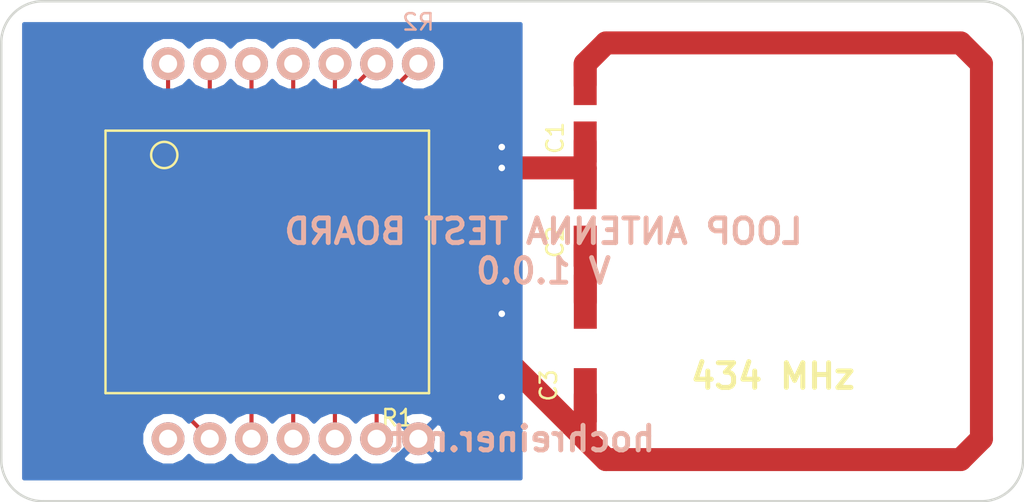
<source format=kicad_pcb>
(kicad_pcb (version 4) (host pcbnew 4.0.2-1.fc23-product)

  (general
    (links 20)
    (no_connects 0)
    (area 0 0 0 0)
    (thickness 1.6)
    (drawings 12)
    (tracks 66)
    (zones 0)
    (modules 5)
    (nets 16)
  )

  (page A4)
  (layers
    (0 F.Cu signal)
    (31 B.Cu signal)
    (36 B.SilkS user)
    (37 F.SilkS user)
    (38 B.Mask user)
    (39 F.Mask user)
    (44 Edge.Cuts user)
  )

  (setup
    (last_trace_width 1.4)
    (user_trace_width 1.4)
    (trace_clearance 0.2)
    (zone_clearance 0.508)
    (zone_45_only no)
    (trace_min 0.2)
    (segment_width 0.2)
    (edge_width 0.15)
    (via_size 0.6)
    (via_drill 0.4)
    (via_min_size 0.4)
    (via_min_drill 0.3)
    (uvia_size 0.3)
    (uvia_drill 0.1)
    (uvias_allowed no)
    (uvia_min_size 0.2)
    (uvia_min_drill 0.1)
    (pcb_text_width 0.3)
    (pcb_text_size 1.5 1.5)
    (mod_edge_width 0.15)
    (mod_text_size 1 1)
    (mod_text_width 0.15)
    (pad_size 1.524 1.524)
    (pad_drill 0.762)
    (pad_to_mask_clearance 0.2)
    (aux_axis_origin 0 0)
    (visible_elements FFFFFF7F)
    (pcbplotparams
      (layerselection 0x00030_80000001)
      (usegerberextensions false)
      (excludeedgelayer true)
      (linewidth 0.100000)
      (plotframeref false)
      (viasonmask false)
      (mode 1)
      (useauxorigin false)
      (hpglpennumber 1)
      (hpglpenspeed 20)
      (hpglpendiameter 15)
      (hpglpenoverlay 2)
      (psnegative false)
      (psa4output false)
      (plotreference true)
      (plotvalue true)
      (plotinvisibletext false)
      (padsonsilk false)
      (subtractmaskfromsilk false)
      (outputformat 1)
      (mirror false)
      (drillshape 1)
      (scaleselection 1)
      (outputdirectory ""))
  )

  (net 0 "")
  (net 1 "Net-(C1-Pad1)")
  (net 2 GND)
  (net 3 "Net-(C2-Pad2)")
  (net 4 "Net-(R1-Pad1)")
  (net 5 /DIO0)
  (net 6 /DIO1)
  (net 7 /DIO2)
  (net 8 /DIO3)
  (net 9 /DIO4)
  (net 10 /DIO5)
  (net 11 +3V3)
  (net 12 /SCK)
  (net 13 /MISO)
  (net 14 /MOSI)
  (net 15 "Net-(R1-Pad15)")

  (net_class Default "This is the default net class."
    (clearance 0.2)
    (trace_width 0.25)
    (via_dia 0.6)
    (via_drill 0.4)
    (uvia_dia 0.3)
    (uvia_drill 0.1)
    (add_net +3V3)
    (add_net /DIO0)
    (add_net /DIO1)
    (add_net /DIO2)
    (add_net /DIO3)
    (add_net /DIO4)
    (add_net /DIO5)
    (add_net /MISO)
    (add_net /MOSI)
    (add_net /SCK)
    (add_net GND)
    (add_net "Net-(C1-Pad1)")
    (add_net "Net-(C2-Pad2)")
    (add_net "Net-(R1-Pad1)")
    (add_net "Net-(R1-Pad15)")
  )

  (module RFM69W_BB (layer B.Cu) (tedit 572F3F16) (tstamp 572F1BE3)
    (at 143.51 113.03)
    (path /572ED573)
    (fp_text reference R2 (at 7.62 -12.7) (layer B.SilkS)
      (effects (font (size 1 1) (thickness 0.15)) (justify mirror))
    )
    (fp_text value RFM69W_BB (at 0 0.5) (layer B.Fab)
      (effects (font (size 1 1) (thickness 0.15)) (justify mirror))
    )
    (pad 14 thru_hole circle (at -7.62 12.7) (size 2 2) (drill 1.1) (layers *.Cu *.Mask B.SilkS))
    (pad 13 thru_hole circle (at -5.08 12.7) (size 2 2) (drill 1.1) (layers *.Cu *.Mask B.SilkS)
      (net 4 "Net-(R1-Pad1)"))
    (pad 12 thru_hole circle (at -2.54 12.7) (size 2 2) (drill 1.1) (layers *.Cu *.Mask B.SilkS)
      (net 15 "Net-(R1-Pad15)"))
    (pad 11 thru_hole circle (at 0 12.7) (size 2 2) (drill 1.1) (layers *.Cu *.Mask B.SilkS)
      (net 14 /MOSI))
    (pad 10 thru_hole circle (at 2.54 12.7) (size 2 2) (drill 1.1) (layers *.Cu *.Mask B.SilkS)
      (net 13 /MISO))
    (pad 9 thru_hole circle (at 5.08 12.7) (size 2 2) (drill 1.1) (layers *.Cu *.Mask B.SilkS)
      (net 12 /SCK))
    (pad 8 thru_hole circle (at 7.62 12.7) (size 2 2) (drill 1.1) (layers *.Cu *.Mask B.SilkS)
      (net 2 GND))
    (pad 7 thru_hole circle (at 7.62 -10.16) (size 2 2) (drill 1.1) (layers *.Cu *.Mask B.SilkS)
      (net 11 +3V3))
    (pad 6 thru_hole circle (at 5.08 -10.16) (size 2 2) (drill 1.1) (layers *.Cu *.Mask B.SilkS)
      (net 10 /DIO5))
    (pad 5 thru_hole circle (at 2.54 -10.16) (size 2 2) (drill 1.1) (layers *.Cu *.Mask B.SilkS)
      (net 9 /DIO4))
    (pad 4 thru_hole circle (at 0 -10.16) (size 2 2) (drill 1.1) (layers *.Cu *.Mask B.SilkS)
      (net 8 /DIO3))
    (pad 3 thru_hole circle (at -2.54 -10.16) (size 2 2) (drill 1.1) (layers *.Cu *.Mask B.SilkS)
      (net 7 /DIO2))
    (pad 2 thru_hole circle (at -5.08 -10.16) (size 2 2) (drill 1.1) (layers *.Cu *.Mask B.SilkS)
      (net 6 /DIO1))
    (pad 1 thru_hole circle (at -7.62 -10.16) (size 2 2) (drill 1.1) (layers *.Cu *.Mask B.SilkS)
      (net 5 /DIO0))
  )

  (module CAP (layer F.Cu) (tedit 572F1C9C) (tstamp 572F1BAC)
    (at 161.29 104.14 270)
    (path /572EEDE1)
    (fp_text reference C1 (at 3.2512 1.8288 270) (layer F.SilkS)
      (effects (font (size 1 1) (thickness 0.15)))
    )
    (fp_text value C (at 2.0066 -1.8034 270) (layer F.Fab)
      (effects (font (size 1 1) (thickness 0.15)))
    )
    (pad 1 smd rect (at 0 0 270) (size 2.5 1.4) (layers F.Cu F.Mask)
      (net 1 "Net-(C1-Pad1)"))
    (pad 2 smd rect (at 3.5 0 270) (size 2.5 1.4) (layers F.Cu F.Mask)
      (net 2 GND))
  )

  (module loop_antenna_test_board:CAP_TUNABLE (layer F.Cu) (tedit 572F196C) (tstamp 572F1BB8)
    (at 161.29762 117.37594 270)
    (path /572EEE5B)
    (fp_text reference C3 (at 5.1054 2.2352 270) (layer F.SilkS)
      (effects (font (size 1 1) (thickness 0.15)))
    )
    (fp_text value CTRIM (at 2.7178 -1.9558 270) (layer F.Fab)
      (effects (font (size 1 1) (thickness 0.15)))
    )
    (pad 1 smd rect (at 0 0 270) (size 3.3 1.4) (layers F.Cu F.Mask)
      (net 3 "Net-(C2-Pad2)"))
    (pad 2 smd rect (at 5.7 0 270) (size 3.3 1.4) (layers F.Cu F.Mask)
      (net 1 "Net-(C1-Pad1)"))
  )

  (module loop_antenna_test_board:RFM69W (layer F.Cu) (tedit 572F14DE) (tstamp 572F1BD1)
    (at 132.08 107.95)
    (path /572ED50E)
    (fp_text reference R1 (at 17.78 16.51) (layer F.SilkS)
      (effects (font (size 1 1) (thickness 0.15)))
    )
    (fp_text value RFM69W (at 10.16 6.35) (layer F.Fab)
      (effects (font (size 1 1) (thickness 0.15)))
    )
    (fp_circle (center 3.5776 0.4826) (end 3.5776 1.2826) (layer F.SilkS) (width 0.15))
    (fp_line (start 0 -1) (end 19.7 -1) (layer F.SilkS) (width 0.15))
    (fp_line (start 19.7 -1) (end 19.7 15) (layer F.SilkS) (width 0.15))
    (fp_line (start 0 15) (end 19.7 15) (layer F.SilkS) (width 0.15))
    (fp_line (start 0 -1) (end 0 15) (layer F.SilkS) (width 0.15))
    (pad 1 smd rect (at -0.5 0) (size 5 1.2) (layers F.Cu F.Mask)
      (net 4 "Net-(R1-Pad1)"))
    (pad 2 smd rect (at -0.5 2) (size 5 1.2) (layers F.Cu F.Mask)
      (net 5 /DIO0))
    (pad 3 smd rect (at -0.5 4) (size 5 1.2) (layers F.Cu F.Mask)
      (net 6 /DIO1))
    (pad 4 smd rect (at -0.5 6) (size 5 1.2) (layers F.Cu F.Mask)
      (net 7 /DIO2))
    (pad 5 smd rect (at -0.5 8) (size 5 1.2) (layers F.Cu F.Mask)
      (net 8 /DIO3))
    (pad 6 smd rect (at -0.5 10) (size 5 1.2) (layers F.Cu F.Mask)
      (net 9 /DIO4))
    (pad 7 smd rect (at -0.5 12) (size 5 1.2) (layers F.Cu F.Mask)
      (net 10 /DIO5))
    (pad 8 smd rect (at -0.5 14) (size 5 1.2) (layers F.Cu F.Mask)
      (net 11 +3V3))
    (pad 9 smd rect (at 20.2 14) (size 5 1.2) (layers F.Cu F.Mask)
      (net 2 GND))
    (pad 10 smd rect (at 20.2 12) (size 5 1.4) (layers F.Cu F.Mask)
      (net 1 "Net-(C1-Pad1)"))
    (pad 11 smd rect (at 20.2 10) (size 5 1.2) (layers F.Cu F.Mask)
      (net 2 GND))
    (pad 12 smd rect (at 20.2 8) (size 5 1.2) (layers F.Cu F.Mask)
      (net 12 /SCK))
    (pad 13 smd rect (at 20.2 6) (size 5 1.2) (layers F.Cu F.Mask)
      (net 13 /MISO))
    (pad 14 smd rect (at 20.2 4) (size 5 1.2) (layers F.Cu F.Mask)
      (net 14 /MOSI))
    (pad 15 smd rect (at 20.2 2) (size 5 1.2) (layers F.Cu F.Mask)
      (net 15 "Net-(R1-Pad15)"))
    (pad 16 smd rect (at 20.2 0) (size 5 1.2) (layers F.Cu F.Mask)
      (net 2 GND))
  )

  (module loop_antenna_test_board:CAP (layer F.Cu) (tedit 572F1C9C) (tstamp 572F1D78)
    (at 161.29 110.49 270)
    (path /572EEE1E)
    (fp_text reference C2 (at 3.2512 1.8288 270) (layer F.SilkS)
      (effects (font (size 1 1) (thickness 0.15)))
    )
    (fp_text value C (at 2.0066 -1.8034 270) (layer F.Fab)
      (effects (font (size 1 1) (thickness 0.15)))
    )
    (pad 1 smd rect (at 0 0 270) (size 2.5 1.4) (layers F.Cu F.Mask)
      (net 2 GND))
    (pad 2 smd rect (at 3.5 0 270) (size 2.5 1.4) (layers F.Cu F.Mask)
      (net 3 "Net-(C2-Pad2)"))
  )

  (gr_text "LOOP ANTENNA TEST BOARD\nV 1.0.0" (at 158.75 114.3) (layer B.SilkS)
    (effects (font (size 1.5 1.5) (thickness 0.3)) (justify mirror))
  )
  (gr_text hochreiner.net (at 157.48 125.73) (layer B.SilkS)
    (effects (font (size 1.5 1.5) (thickness 0.3)) (justify mirror))
  )
  (gr_text "434 MHz" (at 172.72 121.92) (layer F.SilkS)
    (effects (font (size 1.5 1.5) (thickness 0.3)))
  )
  (gr_arc (start 185.42 101.6) (end 185.42 99.06) (angle 90) (layer Edge.Cuts) (width 0.15))
  (gr_arc (start 128.27 101.6) (end 125.73 101.6) (angle 90) (layer Edge.Cuts) (width 0.15))
  (gr_arc (start 128.27 127) (end 128.27 129.54) (angle 90) (layer Edge.Cuts) (width 0.15))
  (gr_arc (start 185.42 127) (end 187.96 127) (angle 90) (layer Edge.Cuts) (width 0.15))
  (gr_line (start 128.27 129.54) (end 185.42 129.54) (angle 90) (layer Edge.Cuts) (width 0.15))
  (gr_line (start 125.73 127) (end 125.73 125.73) (angle 90) (layer Edge.Cuts) (width 0.15))
  (gr_line (start 125.73 101.6) (end 125.73 125.73) (angle 90) (layer Edge.Cuts) (width 0.15))
  (gr_line (start 185.42 99.06) (end 128.27 99.06) (angle 90) (layer Edge.Cuts) (width 0.15))
  (gr_line (start 187.96 101.6) (end 187.96 127) (angle 90) (layer Edge.Cuts) (width 0.15))

  (segment (start 152.28 119.95) (end 155.51 119.95) (width 1.4) (layer F.Cu) (net 1))
  (segment (start 155.51 119.95) (end 162.56 127) (width 1.4) (layer F.Cu) (net 1) (tstamp 572F402D))
  (segment (start 162.56 101.6) (end 184.15 101.6) (width 1.4) (layer F.Cu) (net 1) (tstamp 572F1E37))
  (segment (start 184.15 101.6) (end 185.42 102.87) (width 1.4) (layer F.Cu) (net 1) (tstamp 572F1E43))
  (segment (start 185.42 102.87) (end 185.42 125.73) (width 1.4) (layer F.Cu) (net 1) (tstamp 572F1E46))
  (segment (start 185.42 125.73) (end 184.15 127) (width 1.4) (layer F.Cu) (net 1) (tstamp 572F1E4B))
  (segment (start 161.29 104.14) (end 161.29 102.87) (width 1.4) (layer F.Cu) (net 1))
  (segment (start 161.29 102.87) (end 162.56 101.6) (width 1.4) (layer F.Cu) (net 1) (tstamp 572F1E0B))
  (segment (start 161.29 125.73) (end 161.29762 123.07594) (width 1.4) (layer F.Cu) (net 1) (tstamp 572F1E54) (status 20))
  (segment (start 184.15 127) (end 162.56 127) (width 1.4) (layer F.Cu) (net 1) (tstamp 572F1E4D))
  (segment (start 162.56 127) (end 161.29 125.73) (width 1.4) (layer F.Cu) (net 1) (tstamp 572F1E51))
  (segment (start 161.29 109.22) (end 156.21 109.22) (width 1.4) (layer F.Cu) (net 2))
  (via (at 156.21 109.22) (size 0.6) (drill 0.4) (layers F.Cu B.Cu) (net 2))
  (segment (start 160.98 107.95) (end 161.29 107.64) (width 0.25) (layer F.Cu) (net 2) (tstamp 572F4302))
  (segment (start 152.28 121.95) (end 154.97 121.95) (width 0.25) (layer F.Cu) (net 2))
  (via (at 156.21 123.19) (size 0.6) (drill 0.4) (layers F.Cu B.Cu) (net 2))
  (segment (start 154.97 121.95) (end 156.21 123.19) (width 0.25) (layer F.Cu) (net 2) (tstamp 572F42CE))
  (segment (start 152.28 117.95) (end 156.05 117.95) (width 0.25) (layer F.Cu) (net 2))
  (via (at 156.21 118.11) (size 0.6) (drill 0.4) (layers F.Cu B.Cu) (net 2))
  (segment (start 156.05 117.95) (end 156.21 118.11) (width 0.25) (layer F.Cu) (net 2) (tstamp 572F42AF))
  (segment (start 152.28 107.95) (end 156.21 107.95) (width 0.25) (layer F.Cu) (net 2))
  (via (at 156.21 107.95) (size 0.6) (drill 0.4) (layers F.Cu B.Cu) (net 2))
  (segment (start 161.29 107.64) (end 161.29 109.22) (width 1.4) (layer F.Cu) (net 2))
  (segment (start 161.29 109.22) (end 161.29 110.49) (width 1.4) (layer F.Cu) (net 2) (tstamp 572F43E4))
  (segment (start 161.29 113.99) (end 161.29762 117.37594) (width 1.4) (layer F.Cu) (net 3) (status 20))
  (segment (start 131.58 107.95) (end 128.53416 107.95) (width 0.25) (layer F.Cu) (net 4))
  (segment (start 136.69772 123.99772) (end 138.43 125.73) (width 0.25) (layer F.Cu) (net 4) (tstamp 572F4076))
  (segment (start 128.69164 123.99772) (end 136.69772 123.99772) (width 0.25) (layer F.Cu) (net 4) (tstamp 572F4074))
  (segment (start 127.85344 123.15952) (end 128.69164 123.99772) (width 0.25) (layer F.Cu) (net 4) (tstamp 572F406E))
  (segment (start 127.85344 108.63072) (end 127.85344 123.15952) (width 0.25) (layer F.Cu) (net 4) (tstamp 572F4063))
  (segment (start 128.53416 107.95) (end 127.85344 108.63072) (width 0.25) (layer F.Cu) (net 4) (tstamp 572F405A))
  (segment (start 131.58 109.95) (end 135.30732 109.95) (width 0.25) (layer F.Cu) (net 5))
  (segment (start 135.89 109.36732) (end 135.89 102.87) (width 0.25) (layer F.Cu) (net 5) (tstamp 572F408B))
  (segment (start 135.30732 109.95) (end 135.89 109.36732) (width 0.25) (layer F.Cu) (net 5) (tstamp 572F407F))
  (segment (start 131.58 111.95) (end 135.82192 111.95) (width 0.25) (layer F.Cu) (net 6))
  (segment (start 138.43 109.34192) (end 138.43 102.87) (width 0.25) (layer F.Cu) (net 6) (tstamp 572F409F))
  (segment (start 135.82192 111.95) (end 138.43 109.34192) (width 0.25) (layer F.Cu) (net 6) (tstamp 572F4090))
  (segment (start 131.58 113.95) (end 136.16888 113.95) (width 0.25) (layer F.Cu) (net 7))
  (segment (start 140.97 109.14888) (end 140.97 102.87) (width 0.25) (layer F.Cu) (net 7) (tstamp 572F40B2))
  (segment (start 136.16888 113.95) (end 140.97 109.14888) (width 0.25) (layer F.Cu) (net 7) (tstamp 572F40A5))
  (segment (start 131.58 115.95) (end 136.57172 115.95) (width 0.25) (layer F.Cu) (net 8))
  (segment (start 143.51 109.01172) (end 143.51 102.87) (width 0.25) (layer F.Cu) (net 8) (tstamp 572F40BB))
  (segment (start 136.57172 115.95) (end 143.51 109.01172) (width 0.25) (layer F.Cu) (net 8) (tstamp 572F40B6))
  (segment (start 131.58 117.95) (end 137.03044 117.95) (width 0.25) (layer F.Cu) (net 9))
  (segment (start 146.05 108.93044) (end 146.05 102.87) (width 0.25) (layer F.Cu) (net 9) (tstamp 572F40CD))
  (segment (start 137.03044 117.95) (end 146.05 108.93044) (width 0.25) (layer F.Cu) (net 9) (tstamp 572F40C1))
  (segment (start 131.58 119.95) (end 136.48332 119.95) (width 0.25) (layer F.Cu) (net 10))
  (segment (start 147.29968 104.16032) (end 148.59 102.87) (width 0.25) (layer F.Cu) (net 10) (tstamp 572F40E3))
  (segment (start 147.29968 109.13364) (end 147.29968 104.16032) (width 0.25) (layer F.Cu) (net 10) (tstamp 572F40DE))
  (segment (start 136.48332 119.95) (end 147.29968 109.13364) (width 0.25) (layer F.Cu) (net 10) (tstamp 572F40D9))
  (segment (start 131.58 121.95) (end 135.6568 121.95) (width 0.25) (layer F.Cu) (net 11))
  (segment (start 148.47316 105.52684) (end 151.13 102.87) (width 0.25) (layer F.Cu) (net 11) (tstamp 572F40F8))
  (segment (start 148.47316 109.13364) (end 148.47316 105.52684) (width 0.25) (layer F.Cu) (net 11) (tstamp 572F40F6))
  (segment (start 135.6568 121.95) (end 148.47316 109.13364) (width 0.25) (layer F.Cu) (net 11) (tstamp 572F40E9))
  (segment (start 152.28 115.95) (end 149.7594 115.95) (width 0.25) (layer F.Cu) (net 12))
  (segment (start 148.59 117.1194) (end 148.59 125.73) (width 0.25) (layer F.Cu) (net 12) (tstamp 572F4132))
  (segment (start 149.7594 115.95) (end 148.59 117.1194) (width 0.25) (layer F.Cu) (net 12) (tstamp 572F412A))
  (segment (start 152.28 113.95) (end 149.85948 113.95) (width 0.25) (layer F.Cu) (net 13))
  (segment (start 149.85948 113.95) (end 146.05 117.75948) (width 0.25) (layer F.Cu) (net 13) (tstamp 572F411E))
  (segment (start 146.05 117.75948) (end 146.05 125.73) (width 0.25) (layer F.Cu) (net 13) (tstamp 572F4126))
  (segment (start 152.28 111.95) (end 149.45664 111.95) (width 0.25) (layer F.Cu) (net 14))
  (segment (start 143.51 117.89664) (end 143.51 125.73) (width 0.25) (layer F.Cu) (net 14) (tstamp 572F411A))
  (segment (start 149.45664 111.95) (end 143.51 117.89664) (width 0.25) (layer F.Cu) (net 14) (tstamp 572F410F))
  (segment (start 152.28 109.95) (end 148.95424 109.95) (width 0.25) (layer F.Cu) (net 15))
  (segment (start 140.97 117.93424) (end 140.97 125.73) (width 0.25) (layer F.Cu) (net 15) (tstamp 572F4107))
  (segment (start 148.95424 109.95) (end 140.97 117.93424) (width 0.25) (layer F.Cu) (net 15) (tstamp 572F40FE))

  (zone (net 2) (net_name GND) (layer B.Cu) (tstamp 572F421E) (hatch edge 0.508)
    (connect_pads (clearance 0.508))
    (min_thickness 0.254)
    (fill yes (arc_segments 16) (thermal_gap 0.508) (thermal_bridge_width 0.508))
    (polygon
      (pts
        (xy 127 100.33) (xy 157.48 100.33) (xy 157.48 128.27) (xy 127 128.27)
      )
    )
    (filled_polygon
      (pts
        (xy 157.353 128.143) (xy 127.127 128.143) (xy 127.127 126.053795) (xy 134.254716 126.053795) (xy 134.503106 126.654943)
        (xy 134.962637 127.115278) (xy 135.563352 127.364716) (xy 136.213795 127.365284) (xy 136.814943 127.116894) (xy 137.160199 126.772241)
        (xy 137.502637 127.115278) (xy 138.103352 127.364716) (xy 138.753795 127.365284) (xy 139.354943 127.116894) (xy 139.700199 126.772241)
        (xy 140.042637 127.115278) (xy 140.643352 127.364716) (xy 141.293795 127.365284) (xy 141.894943 127.116894) (xy 142.240199 126.772241)
        (xy 142.582637 127.115278) (xy 143.183352 127.364716) (xy 143.833795 127.365284) (xy 144.434943 127.116894) (xy 144.780199 126.772241)
        (xy 145.122637 127.115278) (xy 145.723352 127.364716) (xy 146.373795 127.365284) (xy 146.974943 127.116894) (xy 147.320199 126.772241)
        (xy 147.662637 127.115278) (xy 148.263352 127.364716) (xy 148.913795 127.365284) (xy 149.514943 127.116894) (xy 149.749715 126.882532)
        (xy 150.157073 126.882532) (xy 150.255736 127.149387) (xy 150.865461 127.375908) (xy 151.51546 127.351856) (xy 152.004264 127.149387)
        (xy 152.102927 126.882532) (xy 151.13 125.909605) (xy 150.157073 126.882532) (xy 149.749715 126.882532) (xy 149.942562 126.690022)
        (xy 149.977468 126.702927) (xy 150.950395 125.73) (xy 151.309605 125.73) (xy 152.282532 126.702927) (xy 152.549387 126.604264)
        (xy 152.775908 125.994539) (xy 152.751856 125.34454) (xy 152.549387 124.855736) (xy 152.282532 124.757073) (xy 151.309605 125.73)
        (xy 150.950395 125.73) (xy 149.977468 124.757073) (xy 149.942062 124.770164) (xy 149.749703 124.577468) (xy 150.157073 124.577468)
        (xy 151.13 125.550395) (xy 152.102927 124.577468) (xy 152.004264 124.310613) (xy 151.394539 124.084092) (xy 150.74454 124.108144)
        (xy 150.255736 124.310613) (xy 150.157073 124.577468) (xy 149.749703 124.577468) (xy 149.517363 124.344722) (xy 148.916648 124.095284)
        (xy 148.266205 124.094716) (xy 147.665057 124.343106) (xy 147.319801 124.687759) (xy 146.977363 124.344722) (xy 146.376648 124.095284)
        (xy 145.726205 124.094716) (xy 145.125057 124.343106) (xy 144.779801 124.687759) (xy 144.437363 124.344722) (xy 143.836648 124.095284)
        (xy 143.186205 124.094716) (xy 142.585057 124.343106) (xy 142.239801 124.687759) (xy 141.897363 124.344722) (xy 141.296648 124.095284)
        (xy 140.646205 124.094716) (xy 140.045057 124.343106) (xy 139.699801 124.687759) (xy 139.357363 124.344722) (xy 138.756648 124.095284)
        (xy 138.106205 124.094716) (xy 137.505057 124.343106) (xy 137.159801 124.687759) (xy 136.817363 124.344722) (xy 136.216648 124.095284)
        (xy 135.566205 124.094716) (xy 134.965057 124.343106) (xy 134.504722 124.802637) (xy 134.255284 125.403352) (xy 134.254716 126.053795)
        (xy 127.127 126.053795) (xy 127.127 103.193795) (xy 134.254716 103.193795) (xy 134.503106 103.794943) (xy 134.962637 104.255278)
        (xy 135.563352 104.504716) (xy 136.213795 104.505284) (xy 136.814943 104.256894) (xy 137.160199 103.912241) (xy 137.502637 104.255278)
        (xy 138.103352 104.504716) (xy 138.753795 104.505284) (xy 139.354943 104.256894) (xy 139.700199 103.912241) (xy 140.042637 104.255278)
        (xy 140.643352 104.504716) (xy 141.293795 104.505284) (xy 141.894943 104.256894) (xy 142.240199 103.912241) (xy 142.582637 104.255278)
        (xy 143.183352 104.504716) (xy 143.833795 104.505284) (xy 144.434943 104.256894) (xy 144.780199 103.912241) (xy 145.122637 104.255278)
        (xy 145.723352 104.504716) (xy 146.373795 104.505284) (xy 146.974943 104.256894) (xy 147.320199 103.912241) (xy 147.662637 104.255278)
        (xy 148.263352 104.504716) (xy 148.913795 104.505284) (xy 149.514943 104.256894) (xy 149.860199 103.912241) (xy 150.202637 104.255278)
        (xy 150.803352 104.504716) (xy 151.453795 104.505284) (xy 152.054943 104.256894) (xy 152.515278 103.797363) (xy 152.764716 103.196648)
        (xy 152.765284 102.546205) (xy 152.516894 101.945057) (xy 152.057363 101.484722) (xy 151.456648 101.235284) (xy 150.806205 101.234716)
        (xy 150.205057 101.483106) (xy 149.859801 101.827759) (xy 149.517363 101.484722) (xy 148.916648 101.235284) (xy 148.266205 101.234716)
        (xy 147.665057 101.483106) (xy 147.319801 101.827759) (xy 146.977363 101.484722) (xy 146.376648 101.235284) (xy 145.726205 101.234716)
        (xy 145.125057 101.483106) (xy 144.779801 101.827759) (xy 144.437363 101.484722) (xy 143.836648 101.235284) (xy 143.186205 101.234716)
        (xy 142.585057 101.483106) (xy 142.239801 101.827759) (xy 141.897363 101.484722) (xy 141.296648 101.235284) (xy 140.646205 101.234716)
        (xy 140.045057 101.483106) (xy 139.699801 101.827759) (xy 139.357363 101.484722) (xy 138.756648 101.235284) (xy 138.106205 101.234716)
        (xy 137.505057 101.483106) (xy 137.159801 101.827759) (xy 136.817363 101.484722) (xy 136.216648 101.235284) (xy 135.566205 101.234716)
        (xy 134.965057 101.483106) (xy 134.504722 101.942637) (xy 134.255284 102.543352) (xy 134.254716 103.193795) (xy 127.127 103.193795)
        (xy 127.127 100.457) (xy 157.353 100.457)
      )
    )
  )
)

</source>
